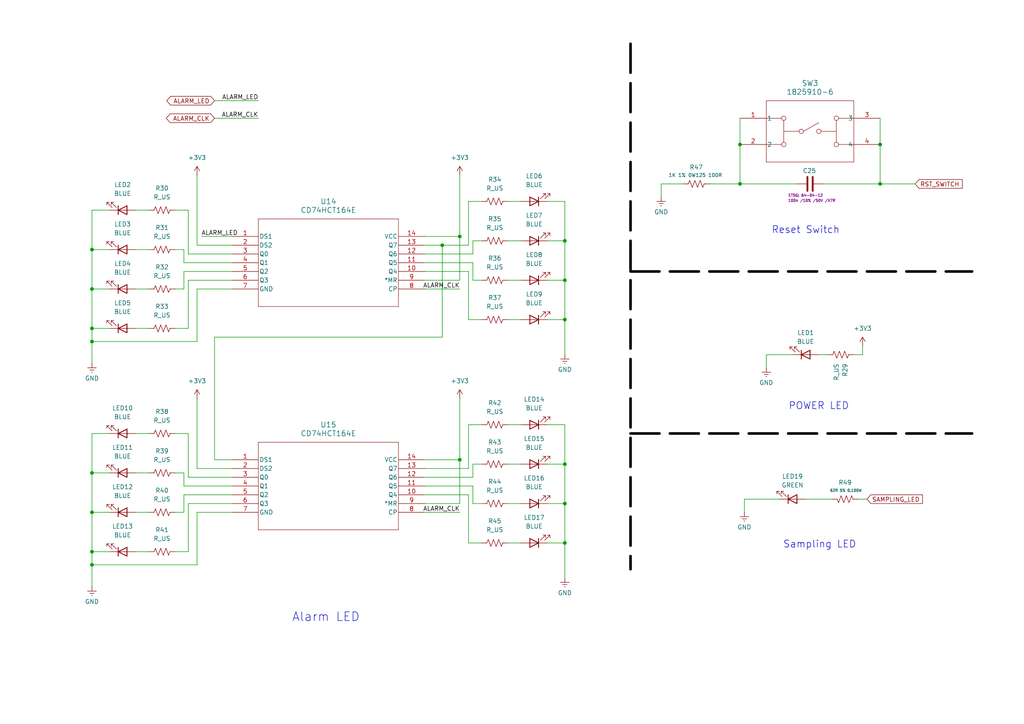
<source format=kicad_sch>
(kicad_sch (version 20250114) (generator "eeschema") (generator_version "9.0")
  (paper "A4")
  (lib_symbols
    (symbol "Device:C" (pin_numbers (hide yes)) (pin_names (offset 0.254))
      (property "Reference" "C" (at 0.635 2.54 0))
      (property "Value" "C" (at 0.635 -2.54 0))
      (symbol "C_0_1"
        (polyline (pts (xy -2.032 0.762) (xy 2.032 0.762)) (stroke (width 0.508)))
        (polyline (pts (xy -2.032 -0.762) (xy 2.032 -0.762)) (stroke (width 0.508)))
      )
      (symbol "C_1_1"
        (pin passive line (at 0 3.81 270) (length 2.794) (name "~") (number "1"))
        (pin passive line (at 0 -3.81 90) (length 2.794) (name "~") (number "2"))
      )
    )
    (symbol "Device:LED" (pin_numbers (hide yes)) (pin_names (offset 1.016) (hide yes))
      (property "Reference" "D" (at 0 2.54 0))
      (property "Value" "LED" (at 0 -2.54 0))
      (symbol "LED_0_1"
        (polyline (pts (xy -3.048 -0.762) (xy -4.572 -2.286) (xy -3.81 -2.286) (xy -4.572 -2.286) (xy -4.572 -1.524)))
        (polyline (pts (xy -1.778 -0.762) (xy -3.302 -2.286) (xy -2.54 -2.286) (xy -3.302 -2.286) (xy -3.302 -1.524)))
        (polyline (pts (xy -1.27 0) (xy 1.27 0)))
        (polyline (pts (xy -1.27 -1.27) (xy -1.27 1.27)) (stroke (width 0.254)))
        (polyline (pts (xy 1.27 -1.27) (xy 1.27 1.27) (xy -1.27 0) (xy 1.27 -1.27)) (stroke (width 0.254)))
      )
      (symbol "LED_1_1"
        (pin passive line (at -3.81 0 0) (length 2.54) (name "K") (number "1"))
        (pin passive line (at 3.81 0 180) (length 2.54) (name "A") (number "2"))
      )
    )
    (symbol "Device:R_US" (pin_numbers (hide yes)) (pin_names (offset 0))
      (property "Reference" "R" (at 2.54 0 90))
      (property "Value" "R_US" (at -2.54 0 90))
      (symbol "R_US_0_1"
        (polyline (pts (xy 0 2.286) (xy 0 2.54)))
        (polyline (pts (xy 0 2.286) (xy 1.016 1.905) (xy 0 1.524) (xy -1.016 1.143) (xy 0 0.762)))
        (polyline (pts (xy 0 0.762) (xy 1.016 0.381) (xy 0 0) (xy -1.016 -0.381) (xy 0 -0.762)))
        (polyline (pts (xy 0 -0.762) (xy 1.016 -1.143) (xy 0 -1.524) (xy -1.016 -1.905) (xy 0 -2.286)))
        (polyline (pts (xy 0 -2.286) (xy 0 -2.54)))
      )
      (symbol "R_US_1_1"
        (pin passive line (at 0 3.81 270) (length 1.27) (name "~") (number "1"))
        (pin passive line (at 0 -3.81 90) (length 1.27) (name "~") (number "2"))
      )
    )
    (symbol "Earr_loggy_sym_lib:1825910-6" (pin_names (offset 0.254))
      (property "Reference" "SW" (at 20.32 10.16 0))
      (property "Value" "1825910-6" (at 20.32 7.62 0))
      (symbol "1825910-6_0_1"
        (polyline (pts (xy 7.62 5.08) (xy 7.62 -12.7)) (stroke (width 0.127)))
        (polyline (pts (xy 7.62 0) (xy 12.065 0)) (stroke (width 0.127)))
        (polyline (pts (xy 7.62 -7.62) (xy 12.065 -7.62)) (stroke (width 0.127)))
        (polyline (pts (xy 7.62 -12.7) (xy 33.02 -12.7)) (stroke (width 0.127)))
        (circle (center 12.7 0) (radius 0.635) (stroke (width 0.127)))
        (polyline (pts (xy 12.7 -0.635) (xy 12.7 -6.985)) (stroke (width 0.127)))
        (polyline (pts (xy 12.7 -3.81) (xy 17.145 -3.81)) (stroke (width 0.127)))
        (circle (center 12.7 -7.62) (radius 0.635) (stroke (width 0.127)))
        (circle (center 17.78 -3.81) (radius 0.635) (stroke (width 0.127)))
        (polyline (pts (xy 18.415 -3.81) (xy 22.86 -1.27)) (stroke (width 0.127)))
        (circle (center 22.86 -3.81) (radius 0.635) (stroke (width 0.127)))
        (circle (center 27.94 0) (radius 0.635) (stroke (width 0.127)))
        (polyline (pts (xy 27.94 -0.635) (xy 27.94 -6.985)) (stroke (width 0.127)))
        (polyline (pts (xy 27.94 -3.81) (xy 23.495 -3.81)) (stroke (width 0.127)))
        (circle (center 27.94 -7.62) (radius 0.635) (stroke (width 0.127)))
        (polyline (pts (xy 33.02 5.08) (xy 7.62 5.08)) (stroke (width 0.127)))
        (polyline (pts (xy 33.02 0) (xy 28.575 0)) (stroke (width 0.127)))
        (polyline (pts (xy 33.02 -7.62) (xy 28.575 -7.62)) (stroke (width 0.127)))
        (polyline (pts (xy 33.02 -12.7) (xy 33.02 5.08)) (stroke (width 0.127)))
        (pin unspecified line (at 0 0 0) (length 7.62) (name "1") (number "1"))
        (pin unspecified line (at 0 -7.62 0) (length 7.62) (name "2") (number "2"))
        (pin unspecified line (at 40.64 0 180) (length 7.62) (name "3") (number "3"))
        (pin unspecified line (at 40.64 -7.62 180) (length 7.62) (name "4") (number "4"))
      )
    )
    (symbol "Earr_loggy_sym_lib:CD74HCT164E" (pin_names (offset 0.254))
      (property "Reference" "U" (at 27.94 10.16 0))
      (property "Value" "CD74HCT164E" (at 27.94 7.62 0))
      (symbol "CD74HCT164E_0_1"
        (polyline (pts (xy 7.62 5.08) (xy 7.62 -20.32)) (stroke (width 0.127)))
        (polyline (pts (xy 7.62 -20.32) (xy 48.26 -20.32)) (stroke (width 0.127)))
        (polyline (pts (xy 48.26 5.08) (xy 7.62 5.08)) (stroke (width 0.127)))
        (polyline (pts (xy 48.26 -20.32) (xy 48.26 5.08)) (stroke (width 0.127)))
        (pin input line (at 0 0 0) (length 7.62) (name "DS1") (number "1"))
        (pin input line (at 0 -2.54 0) (length 7.62) (name "DS2") (number "2"))
        (pin output line (at 0 -5.08 0) (length 7.62) (name "Q0") (number "3"))
        (pin output line (at 0 -7.62 0) (length 7.62) (name "Q1") (number "4"))
        (pin output line (at 0 -10.16 0) (length 7.62) (name "Q2") (number "5"))
        (pin output line (at 0 -12.7 0) (length 7.62) (name "Q3") (number "6"))
        (pin power_in line (at 0 -15.24 0) (length 7.62) (name "GND") (number "7"))
        (pin power_in line (at 55.88 0 180) (length 7.62) (name "VCC") (number "14"))
        (pin output line (at 55.88 -2.54 180) (length 7.62) (name "Q7") (number "13"))
        (pin output line (at 55.88 -5.08 180) (length 7.62) (name "Q6") (number "12"))
        (pin output line (at 55.88 -7.62 180) (length 7.62) (name "Q5") (number "11"))
        (pin output line (at 55.88 -10.16 180) (length 7.62) (name "Q4") (number "10"))
        (pin input line (at 55.88 -12.7 180) (length 7.62) (name "*MR") (number "9"))
        (pin input line (at 55.88 -15.24 180) (length 7.62) (name "CP") (number "8"))
      )
    )
    (symbol "power:+3V3" (power) (pin_numbers (hide yes)) (pin_names (offset 0) (hide yes))
      (property "Value" "+3V3" (at 0 3.556 0))
      (symbol "+3V3_0_1"
        (polyline (pts (xy -0.762 1.27) (xy 0 2.54)))
        (polyline (pts (xy 0 2.54) (xy 0.762 1.27)))
        (polyline (pts (xy 0 0) (xy 0 2.54)))
      )
      (symbol "+3V3_1_1"
        (pin power_in line (at 0 0 90) (length 0) (name "~") (number "1"))
      )
    )
    (symbol "power:Earth" (power) (pin_numbers (hide yes)) (pin_names (offset 0) (hide yes))
      (property "Value" "Earth" (at 0 -3.81 0))
      (symbol "Earth_0_1"
        (polyline (pts (xy -0.635 -1.905) (xy 0.635 -1.905)))
        (polyline (pts (xy -0.127 -2.54) (xy 0.127 -2.54)))
        (polyline (pts (xy 0 -1.27) (xy 0 0)))
        (polyline (pts (xy 1.27 -1.27) (xy -1.27 -1.27)))
      )
      (symbol "Earth_1_1"
        (pin power_in line (at 0 0 270) (length 0) (name "~") (number "1"))
      )
    )
  )
  (text "Reset Switch" (at 233.68 66.802 0) (effects (font (size 2.032 2.032))))
  (text "Alarm LED " (at 95.504 179.07 0) (effects (font (size 2.54 2.54))))
  (text "Sampling LED\n" (at 237.744 157.988 0) (effects (font (size 2.032 2.032))))
  (text "POWER LED" (at 237.49 117.856 0) (effects (font (size 2.032 2.032))))
  (junction (at 26.67 72.39))
  (junction (at 26.67 137.16))
  (junction (at 163.83 146.05))
  (junction (at 255.27 53.34))
  (junction (at 26.67 163.83))
  (junction (at 214.63 41.91))
  (junction (at 133.35 133.35))
  (junction (at 214.63 53.34))
  (junction (at 255.27 41.91))
  (junction (at 163.83 92.71))
  (junction (at 26.67 148.59))
  (junction (at 26.67 160.02))
  (junction (at 128.27 71.12))
  (junction (at 163.83 81.28))
  (junction (at 163.83 69.85))
  (junction (at 26.67 95.25))
  (junction (at 26.67 83.82))
  (junction (at 163.83 134.62))
  (junction (at 133.35 68.58))
  (junction (at 26.67 99.06))
  (junction (at 163.83 157.48))
  (wire (pts (xy 53.34 72.39) (xy 53.34 76.2)))
  (wire (pts (xy 163.83 146.05) (xy 158.75 146.05)))
  (wire (pts (xy 54.61 160.02) (xy 54.61 146.05)))
  (wire (pts (xy 54.61 73.66) (xy 67.31 73.66)))
  (wire (pts (xy 214.63 53.34) (xy 231.14 53.34)))
  (wire (pts (xy 135.89 123.19) (xy 135.89 135.89)))
  (wire (pts (xy 39.37 83.82) (xy 43.18 83.82)))
  (wire (pts (xy 135.89 58.42) (xy 135.89 71.12)))
  (wire (pts (xy 57.15 71.12) (xy 67.31 71.12)))
  (wire (pts (xy 163.83 134.62) (xy 163.83 146.05)))
  (wire (pts (xy 214.63 41.91) (xy 214.63 53.34)))
  (wire (pts (xy 57.15 135.89) (xy 67.31 135.89)))
  (wire (pts (xy 163.83 157.48) (xy 163.83 167.64)))
  (wire (pts (xy 54.61 81.28) (xy 67.31 81.28)))
  (wire (pts (xy 74.93 29.21) (xy 62.23 29.21)))
  (wire (pts (xy 123.19 83.82) (xy 133.35 83.82)))
  (wire (pts (xy 123.19 73.66) (xy 137.16 73.66)))
  (wire (pts (xy 205.74 53.34) (xy 214.63 53.34)))
  (wire (pts (xy 62.23 34.29) (xy 74.93 34.29)))
  (wire (pts (xy 128.27 71.12) (xy 135.89 71.12)))
  (wire (pts (xy 255.27 41.91) (xy 255.27 53.34)))
  (wire (pts (xy 26.67 148.59) (xy 31.75 148.59)))
  (wire (pts (xy 137.16 146.05) (xy 139.7 146.05)))
  (wire (pts (xy 54.61 60.96) (xy 54.61 73.66)))
  (wire (pts (xy 53.34 83.82) (xy 53.34 78.74)))
  (wire (pts (xy 151.13 134.62) (xy 147.32 134.62)))
  (wire (pts (xy 57.15 83.82) (xy 57.15 99.06)))
  (wire (pts (xy 26.67 163.83) (xy 26.67 170.18)))
  (wire (pts (xy 191.77 53.34) (xy 198.12 53.34)))
  (wire (pts (xy 58.42 68.58) (xy 67.31 68.58)))
  (wire (pts (xy 123.19 143.51) (xy 135.89 143.51)))
  (wire (pts (xy 139.7 69.85) (xy 137.16 69.85)))
  (wire (pts (xy 26.67 72.39) (xy 26.67 83.82)))
  (wire (pts (xy 163.83 146.05) (xy 163.83 157.48)))
  (wire (pts (xy 137.16 81.28) (xy 137.16 76.2)))
  (wire (pts (xy 255.27 53.34) (xy 238.76 53.34)))
  (wire (pts (xy 57.15 148.59) (xy 57.15 163.83)))
  (wire (pts (xy 137.16 134.62) (xy 137.16 138.43)))
  (wire (pts (xy 53.34 78.74) (xy 67.31 78.74)))
  (wire (pts (xy 123.19 78.74) (xy 135.89 78.74)))
  (wire (pts (xy 50.8 72.39) (xy 53.34 72.39)))
  (wire (pts (xy 53.34 148.59) (xy 50.8 148.59)))
  (wire (pts (xy 151.13 157.48) (xy 147.32 157.48)))
  (wire (pts (xy 57.15 50.8) (xy 57.15 71.12)))
  (wire (pts (xy 31.75 60.96) (xy 26.67 60.96)))
  (wire (pts (xy 57.15 163.83) (xy 26.67 163.83)))
  (wire (pts (xy 135.89 157.48) (xy 135.89 143.51)))
  (wire (pts (xy 26.67 99.06) (xy 26.67 105.41)))
  (wire (pts (xy 62.23 133.35) (xy 67.31 133.35)))
  (wire (pts (xy 53.34 140.97) (xy 67.31 140.97)))
  (wire (pts (xy 31.75 125.73) (xy 26.67 125.73)))
  (wire (pts (xy 139.7 157.48) (xy 135.89 157.48)))
  (wire (pts (xy 250.19 100.33) (xy 250.19 102.87)))
  (wire (pts (xy 139.7 58.42) (xy 135.89 58.42)))
  (wire (pts (xy 123.19 138.43) (xy 137.16 138.43)))
  (wire (pts (xy 50.8 160.02) (xy 54.61 160.02)))
  (wire (pts (xy 39.37 125.73) (xy 43.18 125.73)))
  (wire (pts (xy 240.03 102.87) (xy 237.49 102.87)))
  (wire (pts (xy 39.37 148.59) (xy 43.18 148.59)))
  (wire (pts (xy 128.27 71.12) (xy 128.27 97.79)))
  (wire (pts (xy 26.67 83.82) (xy 31.75 83.82)))
  (wire (pts (xy 163.83 81.28) (xy 163.83 92.71)))
  (wire (pts (xy 123.19 146.05) (xy 133.35 146.05)))
  (wire (pts (xy 67.31 148.59) (xy 57.15 148.59)))
  (wire (pts (xy 128.27 97.79) (xy 62.23 97.79)))
  (wire (pts (xy 54.61 95.25) (xy 54.61 81.28)))
  (wire (pts (xy 67.31 83.82) (xy 57.15 83.82)))
  (wire (pts (xy 123.19 76.2) (xy 137.16 76.2)))
  (wire (pts (xy 214.63 34.29) (xy 214.63 41.91)))
  (wire (pts (xy 123.19 68.58) (xy 133.35 68.58)))
  (wire (pts (xy 151.13 58.42) (xy 147.32 58.42)))
  (wire (pts (xy 123.19 81.28) (xy 133.35 81.28)))
  (wire (pts (xy 26.67 83.82) (xy 26.67 95.25)))
  (wire (pts (xy 137.16 69.85) (xy 137.16 73.66)))
  (polyline (pts (xy 182.88 12.7) (xy 182.88 165.1)) (stroke (width 0.762) (type dash) (color 0 0 0 1)))
  (wire (pts (xy 222.25 102.87) (xy 229.87 102.87)))
  (wire (pts (xy 50.8 125.73) (xy 54.61 125.73)))
  (wire (pts (xy 151.13 69.85) (xy 147.32 69.85)))
  (wire (pts (xy 123.19 135.89) (xy 135.89 135.89)))
  (wire (pts (xy 39.37 160.02) (xy 43.18 160.02)))
  (wire (pts (xy 139.7 134.62) (xy 137.16 134.62)))
  (wire (pts (xy 151.13 81.28) (xy 147.32 81.28)))
  (wire (pts (xy 54.61 146.05) (xy 67.31 146.05)))
  (wire (pts (xy 62.23 97.79) (xy 62.23 133.35)))
  (wire (pts (xy 26.67 95.25) (xy 26.67 99.06)))
  (wire (pts (xy 151.13 146.05) (xy 147.32 146.05)))
  (wire (pts (xy 54.61 125.73) (xy 54.61 138.43)))
  (wire (pts (xy 57.15 99.06) (xy 26.67 99.06)))
  (wire (pts (xy 251.46 144.78) (xy 248.92 144.78)))
  (wire (pts (xy 53.34 143.51) (xy 67.31 143.51)))
  (wire (pts (xy 151.13 92.71) (xy 147.32 92.71)))
  (wire (pts (xy 133.35 146.05) (xy 133.35 133.35)))
  (wire (pts (xy 250.19 102.87) (xy 247.65 102.87)))
  (wire (pts (xy 53.34 137.16) (xy 53.34 140.97)))
  (wire (pts (xy 53.34 148.59) (xy 53.34 143.51)))
  (wire (pts (xy 135.89 92.71) (xy 135.89 78.74)))
  (polyline (pts (xy 182.88 78.74) (xy 281.94 78.74)) (stroke (width 0.762) (type dash) (color 0 0 0 1)))
  (wire (pts (xy 53.34 76.2) (xy 67.31 76.2)))
  (wire (pts (xy 26.67 72.39) (xy 31.75 72.39)))
  (polyline (pts (xy 182.88 125.73) (xy 281.94 125.73)) (stroke (width 0.762) (type dash) (color 0 0 0 1)))
  (wire (pts (xy 222.25 102.87) (xy 222.25 106.68)))
  (wire (pts (xy 26.67 137.16) (xy 31.75 137.16)))
  (wire (pts (xy 163.83 92.71) (xy 158.75 92.71)))
  (wire (pts (xy 163.83 92.71) (xy 163.83 102.87)))
  (wire (pts (xy 26.67 160.02) (xy 31.75 160.02)))
  (wire (pts (xy 163.83 69.85) (xy 163.83 81.28)))
  (wire (pts (xy 241.3 144.78) (xy 233.68 144.78)))
  (wire (pts (xy 163.83 81.28) (xy 158.75 81.28)))
  (wire (pts (xy 39.37 137.16) (xy 43.18 137.16)))
  (wire (pts (xy 26.67 60.96) (xy 26.67 72.39)))
  (wire (pts (xy 39.37 60.96) (xy 43.18 60.96)))
  (wire (pts (xy 191.77 57.15) (xy 191.77 53.34)))
  (wire (pts (xy 226.06 144.78) (xy 215.9 144.78)))
  (wire (pts (xy 26.67 125.73) (xy 26.67 137.16)))
  (wire (pts (xy 133.35 68.58) (xy 133.35 50.8)))
  (wire (pts (xy 26.67 137.16) (xy 26.67 148.59)))
  (wire (pts (xy 158.75 123.19) (xy 163.83 123.19)))
  (wire (pts (xy 54.61 138.43) (xy 67.31 138.43)))
  (wire (pts (xy 163.83 69.85) (xy 158.75 69.85)))
  (wire (pts (xy 123.19 71.12) (xy 128.27 71.12)))
  (wire (pts (xy 163.83 157.48) (xy 158.75 157.48)))
  (wire (pts (xy 123.19 133.35) (xy 133.35 133.35)))
  (wire (pts (xy 26.67 160.02) (xy 26.67 163.83)))
  (wire (pts (xy 50.8 83.82) (xy 53.34 83.82)))
  (wire (pts (xy 139.7 123.19) (xy 135.89 123.19)))
  (wire (pts (xy 133.35 81.28) (xy 133.35 68.58)))
  (wire (pts (xy 50.8 137.16) (xy 53.34 137.16)))
  (wire (pts (xy 50.8 60.96) (xy 54.61 60.96)))
  (wire (pts (xy 139.7 92.71) (xy 135.89 92.71)))
  (wire (pts (xy 137.16 81.28) (xy 139.7 81.28)))
  (wire (pts (xy 151.13 123.19) (xy 147.32 123.19)))
  (wire (pts (xy 255.27 34.29) (xy 255.27 41.91)))
  (wire (pts (xy 26.67 148.59) (xy 26.67 160.02)))
  (wire (pts (xy 163.83 134.62) (xy 158.75 134.62)))
  (wire (pts (xy 39.37 95.25) (xy 43.18 95.25)))
  (wire (pts (xy 123.19 140.97) (xy 137.16 140.97)))
  (wire (pts (xy 265.43 53.34) (xy 255.27 53.34)))
  (wire (pts (xy 215.9 144.78) (xy 215.9 148.59)))
  (wire (pts (xy 137.16 146.05) (xy 137.16 140.97)))
  (wire (pts (xy 163.83 123.19) (xy 163.83 134.62)))
  (wire (pts (xy 39.37 72.39) (xy 43.18 72.39)))
  (wire (pts (xy 57.15 115.57) (xy 57.15 135.89)))
  (wire (pts (xy 133.35 133.35) (xy 133.35 115.57)))
  (wire (pts (xy 158.75 58.42) (xy 163.83 58.42)))
  (wire (pts (xy 50.8 95.25) (xy 54.61 95.25)))
  (wire (pts (xy 26.67 95.25) (xy 31.75 95.25)))
  (wire (pts (xy 123.19 148.59) (xy 133.35 148.59)))
  (wire (pts (xy 163.83 58.42) (xy 163.83 69.85)))
  (label "ALARM_CLK" (at 133.35 148.59 180))
  (label "ALARM_LED" (at 74.93 29.21 180))
  (label "ALARM_LED" (at 58.42 68.58 0))
  (label "ALARM_CLK" (at 74.93 34.29 180))
  (label "ALARM_CLK" (at 133.35 83.82 180))
  (global_label "ALARM_CLK" (shape bidirectional) (at 62.23 34.29 180) (property "Intersheetrefs" "${INTERSHEET_REFS}" (effects (hide yes))))
  (global_label "ALARM_LED" (shape bidirectional) (at 62.23 29.21 180) (property "Intersheetrefs" "${INTERSHEET_REFS}" (effects (hide yes))))
  (global_label "RST_SWITCH" (shape input) (at 265.43 53.34 0) (property "Intersheetrefs" "${INTERSHEET_REFS}" (effects (hide yes))))
  (global_label "SAMPLING_LED" (shape input) (at 251.46 144.78 0) (property "Intersheetrefs" "${INTERSHEET_REFS}" (effects (hide yes))))
  (symbol (lib_id "Device:R_US") (at 201.93 53.34 270) (unit 1)
    (property "Reference" "R47" (at 201.93 48.514 90))
    (property "Value" "1K 1% 0W125 100R" (at 201.676 50.8 90) (effects (font (size 1.016 1.016))))
    (property "Footprint" "Resistor_THT:R_Axial_DIN0207_L6.3mm_D2.5mm_P10.16mm_Horizontal" (effects (hide yes)))
    (property "Description" "Resistor, US symbol" (effects (hide yes)))
  )
  (symbol (lib_id "Earr_loggy_sym_lib:CD74HCT164E") (at 67.31 68.58 0) (unit 1)
    (property "Reference" "U14" (at 95.25 58.42 0) (effects (font (size 1.524 1.524))))
    (property "Value" "CD74HCT164E" (at 95.25 60.96 0) (effects (font (size 1.524 1.524))))
    (property "Footprint" "kicad_footprint-library-engg3800-alvin:N14" (effects (hide yes)))
    (property "Datasheet" "CD74HCT164E" (effects (hide yes)))
  )
  (symbol (lib_id "Device:R_US") (at 143.51 58.42 270) (unit 1)
    (property "Reference" "R34" (at 143.51 52.07 90))
    (property "Value" "R_US" (at 143.51 54.61 90))
    (property "Footprint" "Resistor_THT:R_Axial_DIN0207_L6.3mm_D2.5mm_P10.16mm_Horizontal" (effects (hide yes)))
    (property "Description" "Resistor, US symbol" (effects (hide yes)))
  )
  (symbol (lib_id "Device:LED") (at 35.56 60.96 0) (mirror x) (unit 1)
    (property "Reference" "LED2" (at 35.56 53.594 0))
    (property "Value" "BLUE" (at 35.56 56.134 0))
    (property "Footprint" "LED_THT:LED_D5.0mm_Clear" (effects (hide yes)))
    (property "Description" "Light emitting diode" (effects (hide yes)))
    (property "Sim.Pins" "1=K 2=A" (effects (hide yes)))
  )
  (symbol (lib_id "Device:LED") (at 154.94 81.28 180) (unit 1)
    (property "Reference" "LED8" (at 154.94 73.914 0))
    (property "Value" "BLUE" (at 154.94 76.454 0))
    (property "Footprint" "LED_THT:LED_D5.0mm_Clear" (effects (hide yes)))
    (property "Description" "Light emitting diode" (effects (hide yes)))
    (property "Sim.Pins" "1=K 2=A" (effects (hide yes)))
  )
  (symbol (lib_id "Device:R_US") (at 46.99 125.73 270) (unit 1)
    (property "Reference" "R38" (at 46.99 119.38 90))
    (property "Value" "R_US" (at 46.99 121.92 90))
    (property "Footprint" "Resistor_THT:R_Axial_DIN0207_L6.3mm_D2.5mm_P10.16mm_Horizontal" (effects (hide yes)))
    (property "Description" "Resistor, US symbol" (effects (hide yes)))
  )
  (symbol (lib_id "Device:R_US") (at 143.51 134.62 270) (unit 1)
    (property "Reference" "R43" (at 143.51 128.27 90))
    (property "Value" "R_US" (at 143.51 130.81 90))
    (property "Footprint" "Resistor_THT:R_Axial_DIN0207_L6.3mm_D2.5mm_P10.16mm_Horizontal" (effects (hide yes)))
    (property "Description" "Resistor, US symbol" (effects (hide yes)))
  )
  (symbol (lib_id "Device:LED") (at 35.56 83.82 0) (mirror x) (unit 1)
    (property "Reference" "LED4" (at 35.56 76.454 0))
    (property "Value" "BLUE" (at 35.56 78.994 0))
    (property "Footprint" "LED_THT:LED_D5.0mm_Clear" (effects (hide yes)))
    (property "Description" "Light emitting diode" (effects (hide yes)))
    (property "Sim.Pins" "1=K 2=A" (effects (hide yes)))
  )
  (symbol (lib_id "Device:R_US") (at 46.99 83.82 270) (unit 1)
    (property "Reference" "R32" (at 46.99 77.47 90))
    (property "Value" "R_US" (at 46.99 80.01 90))
    (property "Footprint" "Resistor_THT:R_Axial_DIN0207_L6.3mm_D2.5mm_P10.16mm_Horizontal" (effects (hide yes)))
    (property "Description" "Resistor, US symbol" (effects (hide yes)))
  )
  (symbol (lib_id "power:+3V3") (at 133.35 50.8 0) (unit 1)
    (property "Reference" "#PWR015" (effects (hide yes)))
    (property "Value" "+3V3" (at 133.35 45.72 0))
    (property "Description" "Power symbol creates a global label with name \"+3V3\"" (effects (hide yes)))
  )
  (symbol (lib_id "Device:LED") (at 35.56 160.02 0) (mirror x) (unit 1)
    (property "Reference" "LED13" (at 35.56 152.654 0))
    (property "Value" "BLUE" (at 35.56 155.194 0))
    (property "Footprint" "LED_THT:LED_D5.0mm_Clear" (effects (hide yes)))
    (property "Description" "Light emitting diode" (effects (hide yes)))
    (property "Sim.Pins" "1=K 2=A" (effects (hide yes)))
  )
  (symbol (lib_id "Device:LED") (at 154.94 92.71 180) (unit 1)
    (property "Reference" "LED9" (at 154.94 85.344 0))
    (property "Value" "BLUE" (at 154.94 87.884 0))
    (property "Footprint" "LED_THT:LED_D5.0mm_Clear" (effects (hide yes)))
    (property "Description" "Light emitting diode" (effects (hide yes)))
    (property "Sim.Pins" "1=K 2=A" (effects (hide yes)))
  )
  (symbol (lib_id "Device:R_US") (at 46.99 72.39 270) (unit 1)
    (property "Reference" "R31" (at 46.99 66.04 90))
    (property "Value" "R_US" (at 46.99 68.58 90))
    (property "Footprint" "Resistor_THT:R_Axial_DIN0207_L6.3mm_D2.5mm_P10.16mm_Horizontal" (effects (hide yes)))
    (property "Description" "Resistor, US symbol" (effects (hide yes)))
  )
  (symbol (lib_id "Device:R_US") (at 245.11 144.78 90) (mirror x) (unit 1)
    (property "Reference" "R49" (at 245.11 139.954 90))
    (property "Value" "62R 5% 0.100W" (at 245.364 142.24 90) (effects (font (size 0.762 0.762))))
    (property "Footprint" "Resistor_THT:R_Axial_DIN0207_L6.3mm_D2.5mm_P10.16mm_Horizontal" (effects (hide yes)))
    (property "Description" "Resistor, US symbol" (effects (hide yes)))
  )
  (symbol (lib_id "Earr_loggy_sym_lib:1825910-6") (at 214.63 34.29 0) (unit 1)
    (property "Reference" "SW3" (at 234.95 24.13 0) (effects (font (size 1.524 1.524))))
    (property "Value" "1825910-6" (at 234.95 26.67 0) (effects (font (size 1.524 1.524))))
    (property "Footprint" "kicad_footprint-library-engg3800-alvin:SW4_1825910-B_TEC" (effects (hide yes)))
    (property "Datasheet" "1825910-6" (effects (hide yes)))
  )
  (symbol (lib_id "power:Earth") (at 215.9 148.59 0) (mirror y) (unit 1)
    (property "Reference" "#PWR048" (effects (hide yes)))
    (property "Value" "GND" (at 215.9 152.908 0))
    (property "Description" "Power symbol creates a global label with name \"Earth\"" (effects (hide yes)))
  )
  (symbol (lib_id "Device:LED") (at 35.56 148.59 0) (mirror x) (unit 1)
    (property "Reference" "LED12" (at 35.56 141.224 0))
    (property "Value" "BLUE" (at 35.56 143.764 0))
    (property "Footprint" "LED_THT:LED_D5.0mm_Clear" (effects (hide yes)))
    (property "Description" "Light emitting diode" (effects (hide yes)))
    (property "Sim.Pins" "1=K 2=A" (effects (hide yes)))
  )
  (symbol (lib_id "Device:R_US") (at 46.99 160.02 270) (unit 1)
    (property "Reference" "R41" (at 46.99 153.67 90))
    (property "Value" "R_US" (at 46.99 156.21 90))
    (property "Footprint" "Resistor_THT:R_Axial_DIN0207_L6.3mm_D2.5mm_P10.16mm_Horizontal" (effects (hide yes)))
    (property "Description" "Resistor, US symbol" (effects (hide yes)))
  )
  (symbol (lib_id "Device:C") (at 234.95 53.34 90) (unit 1)
    (property "Reference" "C25" (at 236.728 49.53 90) (effects (justify left)))
    (property "Value" "100n" (effects (hide yes)))
    (property "Footprint" "Capacitor_SMD:C_0805_2012Metric_Pad1.18x1.45mm_HandSolder" (effects (hide yes)))
    (property "Description" "ETSG: 64-04-12" (at 233.68 56.642 90) (effects (font (size 0.762 0.762))))
    (property "Field5" "100n /10% /50V /X7R" (at 235.458 58.166 90) (effects (font (size 0.762 0.762))))
  )
  (symbol (lib_id "power:Earth") (at 222.25 106.68 0) (unit 1)
    (property "Reference" "#PWR0102" (effects (hide yes)))
    (property "Value" "GND" (at 222.25 110.998 0))
    (property "Description" "Power symbol creates a global label with name \"Earth\"" (effects (hide yes)))
  )
  (symbol (lib_id "Device:LED") (at 35.56 72.39 0) (mirror x) (unit 1)
    (property "Reference" "LED3" (at 35.56 65.024 0))
    (property "Value" "BLUE" (at 35.56 67.564 0))
    (property "Footprint" "LED_THT:LED_D5.0mm_Clear" (effects (hide yes)))
    (property "Description" "Light emitting diode" (effects (hide yes)))
    (property "Sim.Pins" "1=K 2=A" (effects (hide yes)))
  )
  (symbol (lib_id "Device:R_US") (at 143.51 123.19 270) (unit 1)
    (property "Reference" "R42" (at 143.51 116.84 90))
    (property "Value" "R_US" (at 143.51 119.38 90))
    (property "Footprint" "Resistor_THT:R_Axial_DIN0207_L6.3mm_D2.5mm_P10.16mm_Horizontal" (effects (hide yes)))
    (property "Description" "Resistor, US symbol" (effects (hide yes)))
  )
  (symbol (lib_id "Device:R_US") (at 143.51 69.85 270) (unit 1)
    (property "Reference" "R35" (at 143.51 63.5 90))
    (property "Value" "R_US" (at 143.51 66.04 90))
    (property "Footprint" "Resistor_THT:R_Axial_DIN0207_L6.3mm_D2.5mm_P10.16mm_Horizontal" (effects (hide yes)))
    (property "Description" "Resistor, US symbol" (effects (hide yes)))
  )
  (symbol (lib_id "Device:LED") (at 154.94 134.62 180) (unit 1)
    (property "Reference" "LED15" (at 154.94 127.254 0))
    (property "Value" "BLUE" (at 154.94 129.794 0))
    (property "Footprint" "LED_THT:LED_D5.0mm_Clear" (effects (hide yes)))
    (property "Description" "Light emitting diode" (effects (hide yes)))
    (property "Sim.Pins" "1=K 2=A" (effects (hide yes)))
  )
  (symbol (lib_id "power:+3V3") (at 57.15 115.57 0) (unit 1)
    (property "Reference" "#PWR014" (effects (hide yes)))
    (property "Value" "+3V3" (at 57.15 110.49 0))
    (property "Description" "Power symbol creates a global label with name \"+3V3\"" (effects (hide yes)))
  )
  (symbol (lib_id "power:+3V3") (at 133.35 115.57 0) (unit 1)
    (property "Reference" "#PWR016" (effects (hide yes)))
    (property "Value" "+3V3" (at 133.35 110.49 0))
    (property "Description" "Power symbol creates a global label with name \"+3V3\"" (effects (hide yes)))
  )
  (symbol (lib_id "Device:LED") (at 35.56 137.16 0) (mirror x) (unit 1)
    (property "Reference" "LED11" (at 35.56 129.794 0))
    (property "Value" "BLUE" (at 35.56 132.334 0))
    (property "Footprint" "LED_THT:LED_D5.0mm_Clear" (effects (hide yes)))
    (property "Description" "Light emitting diode" (effects (hide yes)))
    (property "Sim.Pins" "1=K 2=A" (effects (hide yes)))
  )
  (symbol (lib_id "Earr_loggy_sym_lib:CD74HCT164E") (at 67.31 133.35 0) (unit 1)
    (property "Reference" "U15" (at 95.25 123.19 0) (effects (font (size 1.524 1.524))))
    (property "Value" "CD74HCT164E" (at 95.25 125.73 0) (effects (font (size 1.524 1.524))))
    (property "Footprint" "kicad_footprint-library-engg3800-alvin:N14" (effects (hide yes)))
    (property "Datasheet" "CD74HCT164E" (effects (hide yes)))
  )
  (symbol (lib_id "Device:R_US") (at 46.99 137.16 270) (unit 1)
    (property "Reference" "R39" (at 46.99 130.81 90))
    (property "Value" "R_US" (at 46.99 133.35 90))
    (property "Footprint" "Resistor_THT:R_Axial_DIN0207_L6.3mm_D2.5mm_P10.16mm_Horizontal" (effects (hide yes)))
    (property "Description" "Resistor, US symbol" (effects (hide yes)))
  )
  (symbol (lib_id "power:+3V3") (at 57.15 50.8 0) (unit 1)
    (property "Reference" "#PWR010" (effects (hide yes)))
    (property "Value" "+3V3" (at 57.15 45.72 0))
    (property "Description" "Power symbol creates a global label with name \"+3V3\"" (effects (hide yes)))
  )
  (symbol (lib_id "power:Earth") (at 26.67 170.18 0) (unit 1)
    (property "Reference" "#PWR08" (effects (hide yes)))
    (property "Value" "GND" (at 26.67 174.498 0))
    (property "Description" "Power symbol creates a global label with name \"Earth\"" (effects (hide yes)))
  )
  (symbol (lib_id "Device:LED") (at 154.94 58.42 180) (unit 1)
    (property "Reference" "LED6" (at 154.94 51.054 0))
    (property "Value" "BLUE" (at 154.94 53.594 0))
    (property "Footprint" "LED_THT:LED_D5.0mm_Clear" (effects (hide yes)))
    (property "Description" "Light emitting diode" (effects (hide yes)))
    (property "Sim.Pins" "1=K 2=A" (effects (hide yes)))
  )
  (symbol (lib_id "Device:LED") (at 154.94 146.05 180) (unit 1)
    (property "Reference" "LED16" (at 154.94 138.684 0))
    (property "Value" "BLUE" (at 154.94 141.224 0))
    (property "Footprint" "LED_THT:LED_D5.0mm_Clear" (effects (hide yes)))
    (property "Description" "Light emitting diode" (effects (hide yes)))
    (property "Sim.Pins" "1=K 2=A" (effects (hide yes)))
  )
  (symbol (lib_id "Device:R_US") (at 143.51 81.28 270) (unit 1)
    (property "Reference" "R36" (at 143.51 74.93 90))
    (property "Value" "R_US" (at 143.51 77.47 90))
    (property "Footprint" "Resistor_THT:R_Axial_DIN0207_L6.3mm_D2.5mm_P10.16mm_Horizontal" (effects (hide yes)))
    (property "Description" "Resistor, US symbol" (effects (hide yes)))
  )
  (symbol (lib_id "Device:R_US") (at 46.99 60.96 270) (unit 1)
    (property "Reference" "R30" (at 46.99 54.61 90))
    (property "Value" "R_US" (at 46.99 57.15 90))
    (property "Footprint" "Resistor_THT:R_Axial_DIN0207_L6.3mm_D2.5mm_P10.16mm_Horizontal" (effects (hide yes)))
    (property "Description" "Resistor, US symbol" (effects (hide yes)))
  )
  (symbol (lib_id "Device:R_US") (at 46.99 148.59 270) (unit 1)
    (property "Reference" "R40" (at 46.99 142.24 90))
    (property "Value" "R_US" (at 46.99 144.78 90))
    (property "Footprint" "Resistor_THT:R_Axial_DIN0207_L6.3mm_D2.5mm_P10.16mm_Horizontal" (effects (hide yes)))
    (property "Description" "Resistor, US symbol" (effects (hide yes)))
  )
  (symbol (lib_id "power:Earth") (at 26.67 105.41 0) (unit 1)
    (property "Reference" "#PWR02" (effects (hide yes)))
    (property "Value" "GND" (at 26.67 109.728 0))
    (property "Description" "Power symbol creates a global label with name \"Earth\"" (effects (hide yes)))
  )
  (symbol (lib_id "Device:R_US") (at 143.51 92.71 270) (unit 1)
    (property "Reference" "R37" (at 143.51 86.36 90))
    (property "Value" "R_US" (at 143.51 88.9 90))
    (property "Footprint" "Resistor_THT:R_Axial_DIN0207_L6.3mm_D2.5mm_P10.16mm_Horizontal" (effects (hide yes)))
    (property "Description" "Resistor, US symbol" (effects (hide yes)))
  )
  (symbol (lib_id "Device:LED") (at 229.87 144.78 0) (mirror x) (unit 1)
    (property "Reference" "LED19" (at 229.87 138.176 0))
    (property "Value" "GREEN" (at 229.87 140.716 0))
    (property "Footprint" "LED_THT:LED_D5.0mm_Clear" (effects (hide yes)))
    (property "Description" "Light emitting diode" (effects (hide yes)))
    (property "Sim.Pins" "1=K 2=A" (effects (hide yes)))
  )
  (symbol (lib_id "power:Earth") (at 163.83 167.64 0) (mirror y) (unit 1)
    (property "Reference" "#PWR045" (effects (hide yes)))
    (property "Value" "GND" (at 163.83 171.958 0))
    (property "Description" "Power symbol creates a global label with name \"Earth\"" (effects (hide yes)))
  )
  (symbol (lib_id "Device:R_US") (at 46.99 95.25 270) (unit 1)
    (property "Reference" "R33" (at 46.99 88.9 90))
    (property "Value" "R_US" (at 46.99 91.44 90))
    (property "Footprint" "Resistor_THT:R_Axial_DIN0207_L6.3mm_D2.5mm_P10.16mm_Horizontal" (effects (hide yes)))
    (property "Description" "Resistor, US symbol" (effects (hide yes)))
  )
  (symbol (lib_id "Device:LED") (at 154.94 69.85 180) (unit 1)
    (property "Reference" "LED7" (at 154.94 62.484 0))
    (property "Value" "BLUE" (at 154.94 65.024 0))
    (property "Footprint" "LED_THT:LED_D5.0mm_Clear" (effects (hide yes)))
    (property "Description" "Light emitting diode" (effects (hide yes)))
    (property "Sim.Pins" "1=K 2=A" (effects (hide yes)))
  )
  (symbol (lib_id "Device:LED") (at 154.94 123.19 180) (unit 1)
    (property "Reference" "LED14" (at 154.94 115.824 0))
    (property "Value" "BLUE" (at 154.94 118.364 0))
    (property "Footprint" "LED_THT:LED_D5.0mm_Clear" (effects (hide yes)))
    (property "Description" "Light emitting diode" (effects (hide yes)))
    (property "Sim.Pins" "1=K 2=A" (effects (hide yes)))
  )
  (symbol (lib_id "Device:LED") (at 35.56 95.25 0) (mirror x) (unit 1)
    (property "Reference" "LED5" (at 35.56 87.884 0))
    (property "Value" "BLUE" (at 35.56 90.424 0))
    (property "Footprint" "LED_THT:LED_D5.0mm_Clear" (effects (hide yes)))
    (property "Description" "Light emitting diode" (effects (hide yes)))
    (property "Sim.Pins" "1=K 2=A" (effects (hide yes)))
  )
  (symbol (lib_id "Device:R_US") (at 143.51 157.48 270) (unit 1)
    (property "Reference" "R45" (at 143.51 151.13 90))
    (property "Value" "R_US" (at 143.51 153.67 90))
    (property "Footprint" "Resistor_THT:R_Axial_DIN0207_L6.3mm_D2.5mm_P10.16mm_Horizontal" (effects (hide yes)))
    (property "Description" "Resistor, US symbol" (effects (hide yes)))
  )
  (symbol (lib_id "power:+3V3") (at 250.19 100.33 0) (unit 1)
    (property "Reference" "#PWR0101" (effects (hide yes)))
    (property "Value" "+3V3" (at 250.19 95.25 0))
    (property "Description" "Power symbol creates a global label with name \"+3V3\"" (effects (hide yes)))
  )
  (symbol (lib_id "power:Earth") (at 163.83 102.87 0) (mirror y) (unit 1)
    (property "Reference" "#PWR031" (effects (hide yes)))
    (property "Value" "GND" (at 163.83 107.188 0))
    (property "Description" "Power symbol creates a global label with name \"Earth\"" (effects (hide yes)))
  )
  (symbol (lib_id "Device:R_US") (at 143.51 146.05 270) (unit 1)
    (property "Reference" "R44" (at 143.51 139.7 90))
    (property "Value" "R_US" (at 143.51 142.24 90))
    (property "Footprint" "Resistor_THT:R_Axial_DIN0207_L6.3mm_D2.5mm_P10.16mm_Horizontal" (effects (hide yes)))
    (property "Description" "Resistor, US symbol" (effects (hide yes)))
  )
  (symbol (lib_id "Device:R_US") (at 243.84 102.87 90) (unit 1)
    (property "Reference" "R29" (at 245.1101 105.41 0) (effects (justify right)))
    (property "Value" "R_US" (at 242.5701 105.41 0) (effects (justify right)))
    (property "Footprint" "Resistor_THT:R_Axial_DIN0207_L6.3mm_D2.5mm_P10.16mm_Horizontal" (effects (hide yes)))
    (property "Description" "Resistor, US symbol" (effects (hide yes)))
  )
  (symbol (lib_id "Device:LED") (at 35.56 125.73 0) (mirror x) (unit 1)
    (property "Reference" "LED10" (at 35.56 118.364 0))
    (property "Value" "BLUE" (at 35.56 120.904 0))
    (property "Footprint" "LED_THT:LED_D5.0mm_Clear" (effects (hide yes)))
    (property "Description" "Light emitting diode" (effects (hide yes)))
    (property "Sim.Pins" "1=K 2=A" (effects (hide yes)))
  )
  (symbol (lib_id "power:Earth") (at 191.77 57.15 0) (unit 1)
    (property "Reference" "#PWR012" (effects (hide yes)))
    (property "Value" "GND" (at 191.77 61.468 0))
    (property "Description" "Power symbol creates a global label with name \"Earth\"" (effects (hide yes)))
  )
  (symbol (lib_id "Device:LED") (at 154.94 157.48 180) (unit 1)
    (property "Reference" "LED17" (at 154.94 150.114 0))
    (property "Value" "BLUE" (at 154.94 152.654 0))
    (property "Footprint" "LED_THT:LED_D5.0mm_Clear" (effects (hide yes)))
    (property "Description" "Light emitting diode" (effects (hide yes)))
    (property "Sim.Pins" "1=K 2=A" (effects (hide yes)))
  )
  (symbol (lib_id "Device:LED") (at 233.68 102.87 0) (mirror x) (unit 1)
    (property "Reference" "LED1" (at 233.68 96.52 0))
    (property "Value" "BLUE" (at 233.68 99.06 0))
    (property "Footprint" "LED_THT:LED_D5.0mm_Clear" (effects (hide yes)))
    (property "Description" "Light emitting diode" (effects (hide yes)))
    (property "Sim.Pins" "1=K 2=A" (effects (hide yes)))
    (property "Field6" "POWER LED" (effects (hide yes)))
  )
)
</source>
